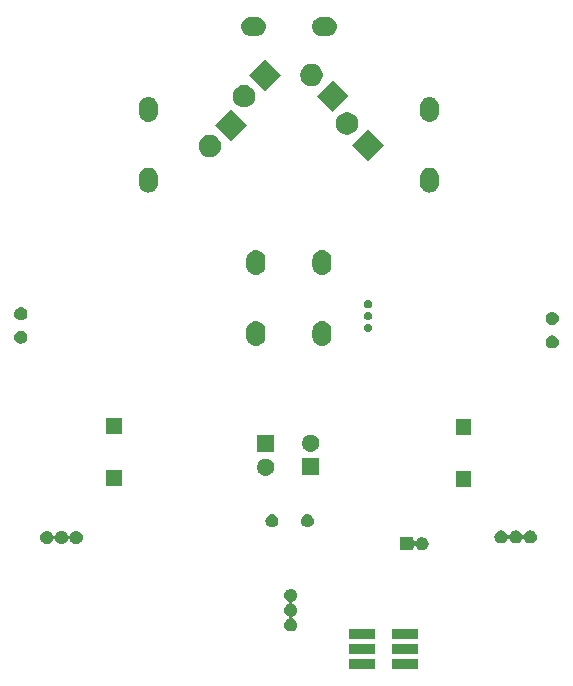
<source format=gbs>
G04 #@! TF.GenerationSoftware,KiCad,Pcbnew,(5.0.1-3-g963ef8bb5)*
G04 #@! TF.CreationDate,2019-05-10T02:41:28+09:00*
G04 #@! TF.ProjectId,mouse_v2,6D6F7573655F76322E6B696361645F70,rev?*
G04 #@! TF.SameCoordinates,Original*
G04 #@! TF.FileFunction,Soldermask,Bot*
G04 #@! TF.FilePolarity,Negative*
%FSLAX46Y46*%
G04 Gerber Fmt 4.6, Leading zero omitted, Abs format (unit mm)*
G04 Created by KiCad (PCBNEW (5.0.1-3-g963ef8bb5)) date 2019年05月10日 金曜日 02:41:28*
%MOMM*%
%LPD*%
G01*
G04 APERTURE LIST*
%ADD10C,0.100000*%
G04 APERTURE END LIST*
D10*
G36*
X162171000Y-141006000D02*
X159969000Y-141006000D01*
X159969000Y-140154000D01*
X162171000Y-140154000D01*
X162171000Y-141006000D01*
X162171000Y-141006000D01*
G37*
G36*
X158571000Y-141006000D02*
X156369000Y-141006000D01*
X156369000Y-140154000D01*
X158571000Y-140154000D01*
X158571000Y-141006000D01*
X158571000Y-141006000D01*
G37*
G36*
X162171000Y-139736000D02*
X159969000Y-139736000D01*
X159969000Y-138884000D01*
X162171000Y-138884000D01*
X162171000Y-139736000D01*
X162171000Y-139736000D01*
G37*
G36*
X158571000Y-139736000D02*
X156369000Y-139736000D01*
X156369000Y-138884000D01*
X158571000Y-138884000D01*
X158571000Y-139736000D01*
X158571000Y-139736000D01*
G37*
G36*
X162171000Y-138466000D02*
X159969000Y-138466000D01*
X159969000Y-137614000D01*
X162171000Y-137614000D01*
X162171000Y-138466000D01*
X162171000Y-138466000D01*
G37*
G36*
X158571000Y-138466000D02*
X156369000Y-138466000D01*
X156369000Y-137614000D01*
X158571000Y-137614000D01*
X158571000Y-138466000D01*
X158571000Y-138466000D01*
G37*
G36*
X151580721Y-134230174D02*
X151680995Y-134271709D01*
X151771245Y-134332012D01*
X151847988Y-134408755D01*
X151908291Y-134499005D01*
X151949826Y-134599279D01*
X151971000Y-134705730D01*
X151971000Y-134814270D01*
X151949826Y-134920721D01*
X151908291Y-135020995D01*
X151847988Y-135111245D01*
X151771245Y-135187988D01*
X151680995Y-135248291D01*
X151629756Y-135269515D01*
X151608145Y-135281066D01*
X151589203Y-135296612D01*
X151573657Y-135315554D01*
X151562106Y-135337165D01*
X151554993Y-135360614D01*
X151552591Y-135385000D01*
X151554993Y-135409386D01*
X151562106Y-135432835D01*
X151573657Y-135454446D01*
X151589203Y-135473388D01*
X151608145Y-135488934D01*
X151629756Y-135500485D01*
X151680995Y-135521709D01*
X151771245Y-135582012D01*
X151847988Y-135658755D01*
X151908291Y-135749005D01*
X151949826Y-135849279D01*
X151971000Y-135955730D01*
X151971000Y-136064270D01*
X151949826Y-136170721D01*
X151908291Y-136270995D01*
X151847988Y-136361245D01*
X151771245Y-136437988D01*
X151680995Y-136498291D01*
X151629756Y-136519515D01*
X151608145Y-136531066D01*
X151589203Y-136546612D01*
X151573657Y-136565554D01*
X151562106Y-136587165D01*
X151554993Y-136610614D01*
X151552591Y-136635000D01*
X151554993Y-136659386D01*
X151562106Y-136682835D01*
X151573657Y-136704446D01*
X151589203Y-136723388D01*
X151608145Y-136738934D01*
X151629756Y-136750485D01*
X151680995Y-136771709D01*
X151771245Y-136832012D01*
X151847988Y-136908755D01*
X151908291Y-136999005D01*
X151949826Y-137099279D01*
X151971000Y-137205730D01*
X151971000Y-137314270D01*
X151949826Y-137420721D01*
X151908291Y-137520995D01*
X151847988Y-137611245D01*
X151771245Y-137687988D01*
X151680995Y-137748291D01*
X151580721Y-137789826D01*
X151474270Y-137811000D01*
X151365730Y-137811000D01*
X151259279Y-137789826D01*
X151159005Y-137748291D01*
X151068755Y-137687988D01*
X150992012Y-137611245D01*
X150931709Y-137520995D01*
X150890174Y-137420721D01*
X150869000Y-137314270D01*
X150869000Y-137205730D01*
X150890174Y-137099279D01*
X150931709Y-136999005D01*
X150992012Y-136908755D01*
X151068755Y-136832012D01*
X151159005Y-136771709D01*
X151210244Y-136750485D01*
X151231855Y-136738934D01*
X151250797Y-136723388D01*
X151266343Y-136704446D01*
X151277894Y-136682835D01*
X151285007Y-136659386D01*
X151287409Y-136635000D01*
X151285007Y-136610614D01*
X151277894Y-136587165D01*
X151266343Y-136565554D01*
X151250797Y-136546612D01*
X151231855Y-136531066D01*
X151210244Y-136519515D01*
X151159005Y-136498291D01*
X151068755Y-136437988D01*
X150992012Y-136361245D01*
X150931709Y-136270995D01*
X150890174Y-136170721D01*
X150869000Y-136064270D01*
X150869000Y-135955730D01*
X150890174Y-135849279D01*
X150931709Y-135749005D01*
X150992012Y-135658755D01*
X151068755Y-135582012D01*
X151159005Y-135521709D01*
X151210244Y-135500485D01*
X151231855Y-135488934D01*
X151250797Y-135473388D01*
X151266343Y-135454446D01*
X151277894Y-135432835D01*
X151285007Y-135409386D01*
X151287409Y-135385000D01*
X151285007Y-135360614D01*
X151277894Y-135337165D01*
X151266343Y-135315554D01*
X151250797Y-135296612D01*
X151231855Y-135281066D01*
X151210244Y-135269515D01*
X151159005Y-135248291D01*
X151068755Y-135187988D01*
X150992012Y-135111245D01*
X150931709Y-135020995D01*
X150890174Y-134920721D01*
X150869000Y-134814270D01*
X150869000Y-134705730D01*
X150890174Y-134599279D01*
X150931709Y-134499005D01*
X150992012Y-134408755D01*
X151068755Y-134332012D01*
X151159005Y-134271709D01*
X151259279Y-134230174D01*
X151365730Y-134209000D01*
X151474270Y-134209000D01*
X151580721Y-134230174D01*
X151580721Y-134230174D01*
G37*
G36*
X161821000Y-130067262D02*
X161823402Y-130091648D01*
X161830515Y-130115097D01*
X161842066Y-130136708D01*
X161857612Y-130155650D01*
X161876554Y-130171196D01*
X161898165Y-130182747D01*
X161921614Y-130189860D01*
X161946000Y-130192262D01*
X161970386Y-130189860D01*
X161993835Y-130182747D01*
X162015446Y-130171196D01*
X162034388Y-130155650D01*
X162056236Y-130126192D01*
X162079644Y-130082400D01*
X162148499Y-129998499D01*
X162232400Y-129929644D01*
X162328121Y-129878479D01*
X162431985Y-129846973D01*
X162512933Y-129839000D01*
X162567067Y-129839000D01*
X162648015Y-129846973D01*
X162751879Y-129878479D01*
X162847600Y-129929644D01*
X162931501Y-129998499D01*
X163000356Y-130082400D01*
X163051521Y-130178121D01*
X163083027Y-130281985D01*
X163093666Y-130390000D01*
X163083027Y-130498015D01*
X163051521Y-130601879D01*
X163000356Y-130697600D01*
X162931501Y-130781501D01*
X162847600Y-130850356D01*
X162751879Y-130901521D01*
X162648015Y-130933027D01*
X162567067Y-130941000D01*
X162512933Y-130941000D01*
X162431985Y-130933027D01*
X162328121Y-130901521D01*
X162232400Y-130850356D01*
X162148499Y-130781501D01*
X162079644Y-130697600D01*
X162056234Y-130653805D01*
X162042626Y-130633439D01*
X162025299Y-130616111D01*
X162004924Y-130602498D01*
X161982285Y-130593120D01*
X161958252Y-130588340D01*
X161933748Y-130588340D01*
X161909714Y-130593121D01*
X161887075Y-130602498D01*
X161866701Y-130616112D01*
X161849373Y-130633439D01*
X161835760Y-130653814D01*
X161826382Y-130676453D01*
X161821000Y-130712738D01*
X161821000Y-130941000D01*
X160719000Y-130941000D01*
X160719000Y-129839000D01*
X161821000Y-129839000D01*
X161821000Y-130067262D01*
X161821000Y-130067262D01*
G37*
G36*
X130930721Y-129330174D02*
X131030995Y-129371709D01*
X131121245Y-129432012D01*
X131197988Y-129508755D01*
X131258291Y-129599005D01*
X131279515Y-129650244D01*
X131291066Y-129671855D01*
X131306612Y-129690797D01*
X131325554Y-129706343D01*
X131347165Y-129717894D01*
X131370614Y-129725007D01*
X131395000Y-129727409D01*
X131419386Y-129725007D01*
X131442835Y-129717894D01*
X131464446Y-129706343D01*
X131483388Y-129690797D01*
X131498934Y-129671855D01*
X131510485Y-129650244D01*
X131531709Y-129599005D01*
X131592012Y-129508755D01*
X131668755Y-129432012D01*
X131759005Y-129371709D01*
X131859279Y-129330174D01*
X131965730Y-129309000D01*
X132074270Y-129309000D01*
X132180721Y-129330174D01*
X132280995Y-129371709D01*
X132371245Y-129432012D01*
X132447988Y-129508755D01*
X132508291Y-129599005D01*
X132529515Y-129650244D01*
X132541066Y-129671855D01*
X132556612Y-129690797D01*
X132575554Y-129706343D01*
X132597165Y-129717894D01*
X132620614Y-129725007D01*
X132645000Y-129727409D01*
X132669386Y-129725007D01*
X132692835Y-129717894D01*
X132714446Y-129706343D01*
X132733388Y-129690797D01*
X132748934Y-129671855D01*
X132760485Y-129650244D01*
X132781709Y-129599005D01*
X132842012Y-129508755D01*
X132918755Y-129432012D01*
X133009005Y-129371709D01*
X133109279Y-129330174D01*
X133215730Y-129309000D01*
X133324270Y-129309000D01*
X133430721Y-129330174D01*
X133530995Y-129371709D01*
X133621245Y-129432012D01*
X133697988Y-129508755D01*
X133758291Y-129599005D01*
X133799826Y-129699279D01*
X133821000Y-129805730D01*
X133821000Y-129914270D01*
X133799826Y-130020721D01*
X133758291Y-130120995D01*
X133697988Y-130211245D01*
X133621245Y-130287988D01*
X133530995Y-130348291D01*
X133430721Y-130389826D01*
X133324270Y-130411000D01*
X133215730Y-130411000D01*
X133109279Y-130389826D01*
X133009005Y-130348291D01*
X132918755Y-130287988D01*
X132842012Y-130211245D01*
X132781709Y-130120995D01*
X132760485Y-130069756D01*
X132748934Y-130048145D01*
X132733388Y-130029203D01*
X132714446Y-130013657D01*
X132692835Y-130002106D01*
X132669386Y-129994993D01*
X132645000Y-129992591D01*
X132620614Y-129994993D01*
X132597165Y-130002106D01*
X132575554Y-130013657D01*
X132556612Y-130029203D01*
X132541066Y-130048145D01*
X132529515Y-130069756D01*
X132508291Y-130120995D01*
X132447988Y-130211245D01*
X132371245Y-130287988D01*
X132280995Y-130348291D01*
X132180721Y-130389826D01*
X132074270Y-130411000D01*
X131965730Y-130411000D01*
X131859279Y-130389826D01*
X131759005Y-130348291D01*
X131668755Y-130287988D01*
X131592012Y-130211245D01*
X131531709Y-130120995D01*
X131510485Y-130069756D01*
X131498934Y-130048145D01*
X131483388Y-130029203D01*
X131464446Y-130013657D01*
X131442835Y-130002106D01*
X131419386Y-129994993D01*
X131395000Y-129992591D01*
X131370614Y-129994993D01*
X131347165Y-130002106D01*
X131325554Y-130013657D01*
X131306612Y-130029203D01*
X131291066Y-130048145D01*
X131279515Y-130069756D01*
X131258291Y-130120995D01*
X131197988Y-130211245D01*
X131121245Y-130287988D01*
X131030995Y-130348291D01*
X130930721Y-130389826D01*
X130824270Y-130411000D01*
X130715730Y-130411000D01*
X130609279Y-130389826D01*
X130509005Y-130348291D01*
X130418755Y-130287988D01*
X130342012Y-130211245D01*
X130281709Y-130120995D01*
X130240174Y-130020721D01*
X130219000Y-129914270D01*
X130219000Y-129805730D01*
X130240174Y-129699279D01*
X130281709Y-129599005D01*
X130342012Y-129508755D01*
X130418755Y-129432012D01*
X130509005Y-129371709D01*
X130609279Y-129330174D01*
X130715730Y-129309000D01*
X130824270Y-129309000D01*
X130930721Y-129330174D01*
X130930721Y-129330174D01*
G37*
G36*
X169380721Y-129280174D02*
X169480995Y-129321709D01*
X169571245Y-129382012D01*
X169647988Y-129458755D01*
X169708291Y-129549005D01*
X169729515Y-129600244D01*
X169741066Y-129621855D01*
X169756612Y-129640797D01*
X169775554Y-129656343D01*
X169797165Y-129667894D01*
X169820614Y-129675007D01*
X169845000Y-129677409D01*
X169869386Y-129675007D01*
X169892835Y-129667894D01*
X169914446Y-129656343D01*
X169933388Y-129640797D01*
X169948934Y-129621855D01*
X169960485Y-129600244D01*
X169981709Y-129549005D01*
X170042012Y-129458755D01*
X170118755Y-129382012D01*
X170209005Y-129321709D01*
X170309279Y-129280174D01*
X170415730Y-129259000D01*
X170524270Y-129259000D01*
X170630721Y-129280174D01*
X170730995Y-129321709D01*
X170821245Y-129382012D01*
X170897988Y-129458755D01*
X170958291Y-129549005D01*
X170979515Y-129600244D01*
X170991066Y-129621855D01*
X171006612Y-129640797D01*
X171025554Y-129656343D01*
X171047165Y-129667894D01*
X171070614Y-129675007D01*
X171095000Y-129677409D01*
X171119386Y-129675007D01*
X171142835Y-129667894D01*
X171164446Y-129656343D01*
X171183388Y-129640797D01*
X171198934Y-129621855D01*
X171210485Y-129600244D01*
X171231709Y-129549005D01*
X171292012Y-129458755D01*
X171368755Y-129382012D01*
X171459005Y-129321709D01*
X171559279Y-129280174D01*
X171665730Y-129259000D01*
X171774270Y-129259000D01*
X171880721Y-129280174D01*
X171980995Y-129321709D01*
X172071245Y-129382012D01*
X172147988Y-129458755D01*
X172208291Y-129549005D01*
X172249826Y-129649279D01*
X172271000Y-129755730D01*
X172271000Y-129864270D01*
X172249826Y-129970721D01*
X172208291Y-130070995D01*
X172147988Y-130161245D01*
X172071245Y-130237988D01*
X171980995Y-130298291D01*
X171880721Y-130339826D01*
X171774270Y-130361000D01*
X171665730Y-130361000D01*
X171559279Y-130339826D01*
X171459005Y-130298291D01*
X171368755Y-130237988D01*
X171292012Y-130161245D01*
X171231709Y-130070995D01*
X171210485Y-130019756D01*
X171198934Y-129998145D01*
X171183388Y-129979203D01*
X171164446Y-129963657D01*
X171142835Y-129952106D01*
X171119386Y-129944993D01*
X171095000Y-129942591D01*
X171070614Y-129944993D01*
X171047165Y-129952106D01*
X171025554Y-129963657D01*
X171006612Y-129979203D01*
X170991066Y-129998145D01*
X170979515Y-130019756D01*
X170958291Y-130070995D01*
X170897988Y-130161245D01*
X170821245Y-130237988D01*
X170730995Y-130298291D01*
X170630721Y-130339826D01*
X170524270Y-130361000D01*
X170415730Y-130361000D01*
X170309279Y-130339826D01*
X170209005Y-130298291D01*
X170118755Y-130237988D01*
X170042012Y-130161245D01*
X169981709Y-130070995D01*
X169960485Y-130019756D01*
X169948934Y-129998145D01*
X169933388Y-129979203D01*
X169914446Y-129963657D01*
X169892835Y-129952106D01*
X169869386Y-129944993D01*
X169845000Y-129942591D01*
X169820614Y-129944993D01*
X169797165Y-129952106D01*
X169775554Y-129963657D01*
X169756612Y-129979203D01*
X169741066Y-129998145D01*
X169729515Y-130019756D01*
X169708291Y-130070995D01*
X169647988Y-130161245D01*
X169571245Y-130237988D01*
X169480995Y-130298291D01*
X169380721Y-130339826D01*
X169274270Y-130361000D01*
X169165730Y-130361000D01*
X169059279Y-130339826D01*
X168959005Y-130298291D01*
X168868755Y-130237988D01*
X168792012Y-130161245D01*
X168731709Y-130070995D01*
X168690174Y-129970721D01*
X168669000Y-129864270D01*
X168669000Y-129755730D01*
X168690174Y-129649279D01*
X168731709Y-129549005D01*
X168792012Y-129458755D01*
X168868755Y-129382012D01*
X168959005Y-129321709D01*
X169059279Y-129280174D01*
X169165730Y-129259000D01*
X169274270Y-129259000D01*
X169380721Y-129280174D01*
X169380721Y-129280174D01*
G37*
G36*
X150000721Y-127910174D02*
X150100995Y-127951709D01*
X150191245Y-128012012D01*
X150267988Y-128088755D01*
X150328291Y-128179005D01*
X150369826Y-128279279D01*
X150391000Y-128385730D01*
X150391000Y-128494270D01*
X150369826Y-128600721D01*
X150328291Y-128700995D01*
X150267988Y-128791245D01*
X150191245Y-128867988D01*
X150100995Y-128928291D01*
X150000721Y-128969826D01*
X149894270Y-128991000D01*
X149785730Y-128991000D01*
X149679279Y-128969826D01*
X149579005Y-128928291D01*
X149488755Y-128867988D01*
X149412012Y-128791245D01*
X149351709Y-128700995D01*
X149310174Y-128600721D01*
X149289000Y-128494270D01*
X149289000Y-128385730D01*
X149310174Y-128279279D01*
X149351709Y-128179005D01*
X149412012Y-128088755D01*
X149488755Y-128012012D01*
X149579005Y-127951709D01*
X149679279Y-127910174D01*
X149785730Y-127889000D01*
X149894270Y-127889000D01*
X150000721Y-127910174D01*
X150000721Y-127910174D01*
G37*
G36*
X153000721Y-127910174D02*
X153100995Y-127951709D01*
X153191245Y-128012012D01*
X153267988Y-128088755D01*
X153328291Y-128179005D01*
X153369826Y-128279279D01*
X153391000Y-128385730D01*
X153391000Y-128494270D01*
X153369826Y-128600721D01*
X153328291Y-128700995D01*
X153267988Y-128791245D01*
X153191245Y-128867988D01*
X153100995Y-128928291D01*
X153000721Y-128969826D01*
X152894270Y-128991000D01*
X152785730Y-128991000D01*
X152679279Y-128969826D01*
X152579005Y-128928291D01*
X152488755Y-128867988D01*
X152412012Y-128791245D01*
X152351709Y-128700995D01*
X152310174Y-128600721D01*
X152289000Y-128494270D01*
X152289000Y-128385730D01*
X152310174Y-128279279D01*
X152351709Y-128179005D01*
X152412012Y-128088755D01*
X152488755Y-128012012D01*
X152579005Y-127951709D01*
X152679279Y-127910174D01*
X152785730Y-127889000D01*
X152894270Y-127889000D01*
X153000721Y-127910174D01*
X153000721Y-127910174D01*
G37*
G36*
X166711000Y-125550999D02*
X165409000Y-125550999D01*
X165409000Y-124248999D01*
X166711000Y-124248999D01*
X166711000Y-125550999D01*
X166711000Y-125550999D01*
G37*
G36*
X137131000Y-125490999D02*
X135829000Y-125490999D01*
X135829000Y-124188999D01*
X137131000Y-124188999D01*
X137131000Y-125490999D01*
X137131000Y-125490999D01*
G37*
G36*
X149356991Y-123184101D02*
X149442321Y-123192505D01*
X149579172Y-123234019D01*
X149579174Y-123234020D01*
X149579177Y-123234021D01*
X149705296Y-123301432D01*
X149815843Y-123392157D01*
X149906568Y-123502704D01*
X149973979Y-123628823D01*
X149973980Y-123628826D01*
X149973981Y-123628828D01*
X150015495Y-123765679D01*
X150029512Y-123908000D01*
X150015495Y-124050321D01*
X149973981Y-124187172D01*
X149973979Y-124187177D01*
X149906568Y-124313296D01*
X149815843Y-124423843D01*
X149705296Y-124514568D01*
X149579177Y-124581979D01*
X149579174Y-124581980D01*
X149579172Y-124581981D01*
X149442321Y-124623495D01*
X149356991Y-124631899D01*
X149335660Y-124634000D01*
X149264340Y-124634000D01*
X149243009Y-124631899D01*
X149157679Y-124623495D01*
X149020828Y-124581981D01*
X149020826Y-124581980D01*
X149020823Y-124581979D01*
X148894704Y-124514568D01*
X148784157Y-124423843D01*
X148693432Y-124313296D01*
X148626021Y-124187177D01*
X148626019Y-124187172D01*
X148584505Y-124050321D01*
X148570488Y-123908000D01*
X148584505Y-123765679D01*
X148626019Y-123628828D01*
X148626020Y-123628826D01*
X148626021Y-123628823D01*
X148693432Y-123502704D01*
X148784157Y-123392157D01*
X148894704Y-123301432D01*
X149020823Y-123234021D01*
X149020826Y-123234020D01*
X149020828Y-123234019D01*
X149157679Y-123192505D01*
X149243009Y-123184101D01*
X149264340Y-123182000D01*
X149335660Y-123182000D01*
X149356991Y-123184101D01*
X149356991Y-123184101D01*
G37*
G36*
X153836000Y-124602000D02*
X152384000Y-124602000D01*
X152384000Y-123150000D01*
X153836000Y-123150000D01*
X153836000Y-124602000D01*
X153836000Y-124602000D01*
G37*
G36*
X150026000Y-122634000D02*
X148574000Y-122634000D01*
X148574000Y-121182000D01*
X150026000Y-121182000D01*
X150026000Y-122634000D01*
X150026000Y-122634000D01*
G37*
G36*
X153166991Y-121152101D02*
X153252321Y-121160505D01*
X153389172Y-121202019D01*
X153389174Y-121202020D01*
X153389177Y-121202021D01*
X153515296Y-121269432D01*
X153625843Y-121360157D01*
X153716568Y-121470704D01*
X153783979Y-121596823D01*
X153783980Y-121596826D01*
X153783981Y-121596828D01*
X153825495Y-121733679D01*
X153839512Y-121876000D01*
X153825495Y-122018321D01*
X153783981Y-122155172D01*
X153783979Y-122155177D01*
X153716568Y-122281296D01*
X153625843Y-122391843D01*
X153515296Y-122482568D01*
X153389177Y-122549979D01*
X153389174Y-122549980D01*
X153389172Y-122549981D01*
X153252321Y-122591495D01*
X153166991Y-122599899D01*
X153145660Y-122602000D01*
X153074340Y-122602000D01*
X153053009Y-122599899D01*
X152967679Y-122591495D01*
X152830828Y-122549981D01*
X152830826Y-122549980D01*
X152830823Y-122549979D01*
X152704704Y-122482568D01*
X152594157Y-122391843D01*
X152503432Y-122281296D01*
X152436021Y-122155177D01*
X152436019Y-122155172D01*
X152394505Y-122018321D01*
X152380488Y-121876000D01*
X152394505Y-121733679D01*
X152436019Y-121596828D01*
X152436020Y-121596826D01*
X152436021Y-121596823D01*
X152503432Y-121470704D01*
X152594157Y-121360157D01*
X152704704Y-121269432D01*
X152830823Y-121202021D01*
X152830826Y-121202020D01*
X152830828Y-121202019D01*
X152967679Y-121160505D01*
X153053009Y-121152101D01*
X153074340Y-121150000D01*
X153145660Y-121150000D01*
X153166991Y-121152101D01*
X153166991Y-121152101D01*
G37*
G36*
X166710999Y-121150999D02*
X165408999Y-121150999D01*
X165408999Y-119848999D01*
X166710999Y-119848999D01*
X166710999Y-121150999D01*
X166710999Y-121150999D01*
G37*
G36*
X137131001Y-121090999D02*
X135829001Y-121090999D01*
X135829001Y-119788999D01*
X137131001Y-119788999D01*
X137131001Y-121090999D01*
X137131001Y-121090999D01*
G37*
G36*
X173730721Y-112780174D02*
X173830995Y-112821709D01*
X173921245Y-112882012D01*
X173997988Y-112958755D01*
X174058291Y-113049005D01*
X174099826Y-113149279D01*
X174121000Y-113255730D01*
X174121000Y-113364270D01*
X174099826Y-113470721D01*
X174058291Y-113570995D01*
X173997988Y-113661245D01*
X173921245Y-113737988D01*
X173830995Y-113798291D01*
X173730721Y-113839826D01*
X173624270Y-113861000D01*
X173515730Y-113861000D01*
X173409279Y-113839826D01*
X173309005Y-113798291D01*
X173218755Y-113737988D01*
X173142012Y-113661245D01*
X173081709Y-113570995D01*
X173040174Y-113470721D01*
X173019000Y-113364270D01*
X173019000Y-113255730D01*
X173040174Y-113149279D01*
X173081709Y-113049005D01*
X173142012Y-112958755D01*
X173218755Y-112882012D01*
X173309005Y-112821709D01*
X173409279Y-112780174D01*
X173515730Y-112759000D01*
X173624270Y-112759000D01*
X173730721Y-112780174D01*
X173730721Y-112780174D01*
G37*
G36*
X154227024Y-111550590D02*
X154378011Y-111596392D01*
X154517161Y-111670768D01*
X154578149Y-111720819D01*
X154639133Y-111770867D01*
X154639134Y-111770869D01*
X154639136Y-111770870D01*
X154739230Y-111892835D01*
X154813608Y-112031988D01*
X154859410Y-112182975D01*
X154871000Y-112300654D01*
X154871000Y-112879346D01*
X154859410Y-112997025D01*
X154813608Y-113148012D01*
X154739230Y-113287165D01*
X154639133Y-113409133D01*
X154517165Y-113509230D01*
X154378012Y-113583608D01*
X154227025Y-113629410D01*
X154070000Y-113644875D01*
X153912976Y-113629410D01*
X153761989Y-113583608D01*
X153622836Y-113509230D01*
X153500868Y-113409133D01*
X153464049Y-113364269D01*
X153400771Y-113287165D01*
X153326392Y-113148012D01*
X153302946Y-113070721D01*
X153280590Y-112997025D01*
X153269000Y-112879346D01*
X153269000Y-112300655D01*
X153280590Y-112182976D01*
X153326392Y-112031989D01*
X153400768Y-111892839D01*
X153500865Y-111770870D01*
X153500867Y-111770867D01*
X153500869Y-111770866D01*
X153500870Y-111770864D01*
X153622835Y-111670770D01*
X153761988Y-111596392D01*
X153912975Y-111550590D01*
X154070000Y-111535125D01*
X154227024Y-111550590D01*
X154227024Y-111550590D01*
G37*
G36*
X148627025Y-111550590D02*
X148778012Y-111596392D01*
X148917165Y-111670770D01*
X149039133Y-111770867D01*
X149139230Y-111892835D01*
X149213608Y-112031988D01*
X149259410Y-112182975D01*
X149271000Y-112300654D01*
X149271000Y-112879346D01*
X149259410Y-112997025D01*
X149213608Y-113148012D01*
X149139230Y-113287165D01*
X149039136Y-113409130D01*
X149039134Y-113409131D01*
X149039133Y-113409133D01*
X149039129Y-113409136D01*
X148917161Y-113509232D01*
X148778011Y-113583608D01*
X148627024Y-113629410D01*
X148470000Y-113644875D01*
X148312975Y-113629410D01*
X148161988Y-113583608D01*
X148022835Y-113509230D01*
X147900870Y-113409136D01*
X147900869Y-113409134D01*
X147900867Y-113409133D01*
X147842481Y-113337988D01*
X147800768Y-113287161D01*
X147726392Y-113148011D01*
X147680590Y-112997024D01*
X147669000Y-112879345D01*
X147669000Y-112300654D01*
X147680590Y-112182975D01*
X147713214Y-112075430D01*
X147726392Y-112031988D01*
X147800771Y-111892835D01*
X147900868Y-111770867D01*
X147940931Y-111737988D01*
X148022836Y-111670770D01*
X148161989Y-111596392D01*
X148312976Y-111550590D01*
X148470000Y-111535125D01*
X148627025Y-111550590D01*
X148627025Y-111550590D01*
G37*
G36*
X128730721Y-112380174D02*
X128830995Y-112421709D01*
X128921245Y-112482012D01*
X128997988Y-112558755D01*
X129058291Y-112649005D01*
X129099826Y-112749279D01*
X129121000Y-112855730D01*
X129121000Y-112964270D01*
X129099826Y-113070721D01*
X129058291Y-113170995D01*
X128997988Y-113261245D01*
X128921245Y-113337988D01*
X128830995Y-113398291D01*
X128730721Y-113439826D01*
X128624270Y-113461000D01*
X128515730Y-113461000D01*
X128409279Y-113439826D01*
X128309005Y-113398291D01*
X128218755Y-113337988D01*
X128142012Y-113261245D01*
X128081709Y-113170995D01*
X128040174Y-113070721D01*
X128019000Y-112964270D01*
X128019000Y-112855730D01*
X128040174Y-112749279D01*
X128081709Y-112649005D01*
X128142012Y-112558755D01*
X128218755Y-112482012D01*
X128309005Y-112421709D01*
X128409279Y-112380174D01*
X128515730Y-112359000D01*
X128624270Y-112359000D01*
X128730721Y-112380174D01*
X128730721Y-112380174D01*
G37*
G36*
X158072383Y-111772489D02*
X158136261Y-111798948D01*
X158193750Y-111837361D01*
X158242639Y-111886250D01*
X158281052Y-111943739D01*
X158307511Y-112007617D01*
X158321000Y-112075430D01*
X158321000Y-112144570D01*
X158307511Y-112212383D01*
X158281052Y-112276261D01*
X158242639Y-112333750D01*
X158193750Y-112382639D01*
X158136261Y-112421052D01*
X158072383Y-112447511D01*
X158004570Y-112461000D01*
X157935430Y-112461000D01*
X157867617Y-112447511D01*
X157803739Y-112421052D01*
X157746250Y-112382639D01*
X157697361Y-112333750D01*
X157658948Y-112276261D01*
X157632489Y-112212383D01*
X157619000Y-112144570D01*
X157619000Y-112075430D01*
X157632489Y-112007617D01*
X157658948Y-111943739D01*
X157697361Y-111886250D01*
X157746250Y-111837361D01*
X157803739Y-111798948D01*
X157867617Y-111772489D01*
X157935430Y-111759000D01*
X158004570Y-111759000D01*
X158072383Y-111772489D01*
X158072383Y-111772489D01*
G37*
G36*
X173730721Y-110780174D02*
X173830995Y-110821709D01*
X173921245Y-110882012D01*
X173997988Y-110958755D01*
X174058291Y-111049005D01*
X174099826Y-111149279D01*
X174121000Y-111255730D01*
X174121000Y-111364270D01*
X174099826Y-111470721D01*
X174058291Y-111570995D01*
X173997988Y-111661245D01*
X173921245Y-111737988D01*
X173830995Y-111798291D01*
X173730721Y-111839826D01*
X173624270Y-111861000D01*
X173515730Y-111861000D01*
X173409279Y-111839826D01*
X173309005Y-111798291D01*
X173218755Y-111737988D01*
X173142012Y-111661245D01*
X173081709Y-111570995D01*
X173040174Y-111470721D01*
X173019000Y-111364270D01*
X173019000Y-111255730D01*
X173040174Y-111149279D01*
X173081709Y-111049005D01*
X173142012Y-110958755D01*
X173218755Y-110882012D01*
X173309005Y-110821709D01*
X173409279Y-110780174D01*
X173515730Y-110759000D01*
X173624270Y-110759000D01*
X173730721Y-110780174D01*
X173730721Y-110780174D01*
G37*
G36*
X128730721Y-110380174D02*
X128830995Y-110421709D01*
X128921245Y-110482012D01*
X128997988Y-110558755D01*
X129058291Y-110649005D01*
X129099826Y-110749279D01*
X129121000Y-110855730D01*
X129121000Y-110964270D01*
X129099826Y-111070721D01*
X129058291Y-111170995D01*
X128997988Y-111261245D01*
X128921245Y-111337988D01*
X128830995Y-111398291D01*
X128730721Y-111439826D01*
X128624270Y-111461000D01*
X128515730Y-111461000D01*
X128409279Y-111439826D01*
X128309005Y-111398291D01*
X128218755Y-111337988D01*
X128142012Y-111261245D01*
X128081709Y-111170995D01*
X128040174Y-111070721D01*
X128019000Y-110964270D01*
X128019000Y-110855730D01*
X128040174Y-110749279D01*
X128081709Y-110649005D01*
X128142012Y-110558755D01*
X128218755Y-110482012D01*
X128309005Y-110421709D01*
X128409279Y-110380174D01*
X128515730Y-110359000D01*
X128624270Y-110359000D01*
X128730721Y-110380174D01*
X128730721Y-110380174D01*
G37*
G36*
X158072383Y-110772489D02*
X158136261Y-110798948D01*
X158193750Y-110837361D01*
X158242639Y-110886250D01*
X158281052Y-110943739D01*
X158307511Y-111007617D01*
X158321000Y-111075430D01*
X158321000Y-111144570D01*
X158307511Y-111212383D01*
X158281052Y-111276261D01*
X158242639Y-111333750D01*
X158193750Y-111382639D01*
X158170325Y-111398291D01*
X158136261Y-111421052D01*
X158072383Y-111447511D01*
X158004570Y-111461000D01*
X157935430Y-111461000D01*
X157867617Y-111447511D01*
X157803739Y-111421052D01*
X157769675Y-111398291D01*
X157746250Y-111382639D01*
X157697361Y-111333750D01*
X157658948Y-111276261D01*
X157632489Y-111212383D01*
X157619000Y-111144570D01*
X157619000Y-111075430D01*
X157632489Y-111007617D01*
X157658948Y-110943739D01*
X157697361Y-110886250D01*
X157746250Y-110837361D01*
X157803739Y-110798948D01*
X157867617Y-110772489D01*
X157935430Y-110759000D01*
X158004570Y-110759000D01*
X158072383Y-110772489D01*
X158072383Y-110772489D01*
G37*
G36*
X158072383Y-109772489D02*
X158136261Y-109798948D01*
X158193750Y-109837361D01*
X158242639Y-109886250D01*
X158281052Y-109943739D01*
X158307511Y-110007617D01*
X158321000Y-110075430D01*
X158321000Y-110144570D01*
X158307511Y-110212383D01*
X158281052Y-110276261D01*
X158242639Y-110333750D01*
X158193750Y-110382639D01*
X158136261Y-110421052D01*
X158072383Y-110447511D01*
X158004570Y-110461000D01*
X157935430Y-110461000D01*
X157867617Y-110447511D01*
X157803739Y-110421052D01*
X157746250Y-110382639D01*
X157697361Y-110333750D01*
X157658948Y-110276261D01*
X157632489Y-110212383D01*
X157619000Y-110144570D01*
X157619000Y-110075430D01*
X157632489Y-110007617D01*
X157658948Y-109943739D01*
X157697361Y-109886250D01*
X157746250Y-109837361D01*
X157803739Y-109798948D01*
X157867617Y-109772489D01*
X157935430Y-109759000D01*
X158004570Y-109759000D01*
X158072383Y-109772489D01*
X158072383Y-109772489D01*
G37*
G36*
X154227024Y-105550590D02*
X154378011Y-105596392D01*
X154517161Y-105670768D01*
X154578149Y-105720819D01*
X154639133Y-105770867D01*
X154639134Y-105770869D01*
X154639136Y-105770870D01*
X154739230Y-105892835D01*
X154813608Y-106031988D01*
X154859410Y-106182975D01*
X154871000Y-106300654D01*
X154871000Y-106879346D01*
X154859410Y-106997025D01*
X154813608Y-107148012D01*
X154739230Y-107287165D01*
X154639133Y-107409133D01*
X154517165Y-107509230D01*
X154378012Y-107583608D01*
X154227025Y-107629410D01*
X154070000Y-107644875D01*
X153912976Y-107629410D01*
X153761989Y-107583608D01*
X153622836Y-107509230D01*
X153500868Y-107409133D01*
X153500866Y-107409130D01*
X153400771Y-107287165D01*
X153326392Y-107148012D01*
X153303491Y-107072517D01*
X153280590Y-106997025D01*
X153269000Y-106879346D01*
X153269000Y-106300655D01*
X153280590Y-106182976D01*
X153326392Y-106031989D01*
X153400768Y-105892839D01*
X153500865Y-105770870D01*
X153500867Y-105770867D01*
X153500869Y-105770866D01*
X153500870Y-105770864D01*
X153622835Y-105670770D01*
X153761988Y-105596392D01*
X153912975Y-105550590D01*
X154070000Y-105535125D01*
X154227024Y-105550590D01*
X154227024Y-105550590D01*
G37*
G36*
X148627025Y-105550590D02*
X148778012Y-105596392D01*
X148917165Y-105670770D01*
X149039133Y-105770867D01*
X149139230Y-105892835D01*
X149213608Y-106031988D01*
X149259410Y-106182975D01*
X149271000Y-106300654D01*
X149271000Y-106879346D01*
X149259410Y-106997025D01*
X149213608Y-107148012D01*
X149139230Y-107287165D01*
X149039136Y-107409130D01*
X149039134Y-107409131D01*
X149039133Y-107409133D01*
X149039129Y-107409136D01*
X148917161Y-107509232D01*
X148778011Y-107583608D01*
X148627024Y-107629410D01*
X148470000Y-107644875D01*
X148312975Y-107629410D01*
X148161988Y-107583608D01*
X148022835Y-107509230D01*
X147900870Y-107409136D01*
X147900869Y-107409134D01*
X147900867Y-107409133D01*
X147850819Y-107348149D01*
X147800768Y-107287161D01*
X147726392Y-107148011D01*
X147680590Y-106997024D01*
X147669000Y-106879345D01*
X147669000Y-106300654D01*
X147680590Y-106182975D01*
X147703491Y-106107482D01*
X147726392Y-106031988D01*
X147800771Y-105892835D01*
X147900868Y-105770867D01*
X147900872Y-105770864D01*
X148022836Y-105670770D01*
X148161989Y-105596392D01*
X148312976Y-105550590D01*
X148470000Y-105535125D01*
X148627025Y-105550590D01*
X148627025Y-105550590D01*
G37*
G36*
X163327024Y-98570590D02*
X163478011Y-98616392D01*
X163617161Y-98690768D01*
X163678149Y-98740819D01*
X163739133Y-98790867D01*
X163739134Y-98790869D01*
X163739136Y-98790870D01*
X163839230Y-98912835D01*
X163913608Y-99051988D01*
X163959410Y-99202975D01*
X163971000Y-99320654D01*
X163971000Y-99899346D01*
X163959410Y-100017025D01*
X163913608Y-100168012D01*
X163839230Y-100307165D01*
X163739133Y-100429133D01*
X163617165Y-100529230D01*
X163478012Y-100603608D01*
X163327025Y-100649410D01*
X163170000Y-100664875D01*
X163012976Y-100649410D01*
X162861989Y-100603608D01*
X162722836Y-100529230D01*
X162600868Y-100429133D01*
X162600866Y-100429130D01*
X162500771Y-100307165D01*
X162426392Y-100168012D01*
X162403491Y-100092518D01*
X162380590Y-100017025D01*
X162369000Y-99899346D01*
X162369000Y-99320655D01*
X162380590Y-99202976D01*
X162426392Y-99051989D01*
X162500768Y-98912839D01*
X162600865Y-98790870D01*
X162600867Y-98790867D01*
X162600869Y-98790866D01*
X162600870Y-98790864D01*
X162722835Y-98690770D01*
X162861988Y-98616392D01*
X163012975Y-98570590D01*
X163170000Y-98555125D01*
X163327024Y-98570590D01*
X163327024Y-98570590D01*
G37*
G36*
X139527025Y-98570590D02*
X139678012Y-98616392D01*
X139817165Y-98690770D01*
X139939133Y-98790867D01*
X140039230Y-98912835D01*
X140113608Y-99051988D01*
X140159410Y-99202975D01*
X140171000Y-99320654D01*
X140171000Y-99899346D01*
X140159410Y-100017025D01*
X140113608Y-100168012D01*
X140039230Y-100307165D01*
X139939136Y-100429130D01*
X139939134Y-100429131D01*
X139939133Y-100429133D01*
X139939129Y-100429136D01*
X139817161Y-100529232D01*
X139678011Y-100603608D01*
X139527024Y-100649410D01*
X139370000Y-100664875D01*
X139212975Y-100649410D01*
X139061988Y-100603608D01*
X138922835Y-100529230D01*
X138800870Y-100429136D01*
X138800869Y-100429134D01*
X138800867Y-100429133D01*
X138750819Y-100368149D01*
X138700768Y-100307161D01*
X138626392Y-100168011D01*
X138580590Y-100017024D01*
X138569000Y-99899345D01*
X138569000Y-99320654D01*
X138580590Y-99202975D01*
X138603491Y-99127482D01*
X138626392Y-99051988D01*
X138700771Y-98912835D01*
X138800868Y-98790867D01*
X138800872Y-98790864D01*
X138922836Y-98690770D01*
X139061989Y-98616392D01*
X139212976Y-98570590D01*
X139370000Y-98555125D01*
X139527025Y-98570590D01*
X139527025Y-98570590D01*
G37*
G36*
X159314918Y-96610000D02*
X157970000Y-97954918D01*
X156625082Y-96610000D01*
X157970000Y-95265082D01*
X159314918Y-96610000D01*
X159314918Y-96610000D01*
G37*
G36*
X144851345Y-95791597D02*
X145024415Y-95863285D01*
X145180179Y-95967363D01*
X145312637Y-96099821D01*
X145416715Y-96255585D01*
X145488403Y-96428655D01*
X145524949Y-96612384D01*
X145524949Y-96799718D01*
X145488403Y-96983447D01*
X145416715Y-97156517D01*
X145312637Y-97312281D01*
X145180179Y-97444739D01*
X145024415Y-97548817D01*
X144851345Y-97620505D01*
X144667616Y-97657051D01*
X144480282Y-97657051D01*
X144296553Y-97620505D01*
X144123483Y-97548817D01*
X143967719Y-97444739D01*
X143835261Y-97312281D01*
X143731183Y-97156517D01*
X143659495Y-96983447D01*
X143622949Y-96799718D01*
X143622949Y-96612384D01*
X143659495Y-96428655D01*
X143731183Y-96255585D01*
X143835261Y-96099821D01*
X143967719Y-95967363D01*
X144123483Y-95863285D01*
X144296553Y-95791597D01*
X144480282Y-95755051D01*
X144667616Y-95755051D01*
X144851345Y-95791597D01*
X144851345Y-95791597D01*
G37*
G36*
X147714918Y-94910000D02*
X146370000Y-96254918D01*
X145025082Y-94910000D01*
X146370000Y-93565082D01*
X147714918Y-94910000D01*
X147714918Y-94910000D01*
G37*
G36*
X156451345Y-93899495D02*
X156624415Y-93971183D01*
X156780179Y-94075261D01*
X156912637Y-94207719D01*
X157016715Y-94363483D01*
X157088403Y-94536553D01*
X157124949Y-94720282D01*
X157124949Y-94907616D01*
X157088403Y-95091345D01*
X157016715Y-95264415D01*
X156912637Y-95420179D01*
X156780179Y-95552637D01*
X156624415Y-95656715D01*
X156451345Y-95728403D01*
X156267616Y-95764949D01*
X156080282Y-95764949D01*
X155896553Y-95728403D01*
X155723483Y-95656715D01*
X155567719Y-95552637D01*
X155435261Y-95420179D01*
X155331183Y-95264415D01*
X155259495Y-95091345D01*
X155222949Y-94907616D01*
X155222949Y-94720282D01*
X155259495Y-94536553D01*
X155331183Y-94363483D01*
X155435261Y-94207719D01*
X155567719Y-94075261D01*
X155723483Y-93971183D01*
X155896553Y-93899495D01*
X156080282Y-93862949D01*
X156267616Y-93862949D01*
X156451345Y-93899495D01*
X156451345Y-93899495D01*
G37*
G36*
X163327024Y-92570590D02*
X163478011Y-92616392D01*
X163617161Y-92690768D01*
X163678149Y-92740819D01*
X163739133Y-92790867D01*
X163739134Y-92790869D01*
X163739136Y-92790870D01*
X163839230Y-92912835D01*
X163913608Y-93051988D01*
X163959410Y-93202975D01*
X163971000Y-93320654D01*
X163971000Y-93899346D01*
X163959410Y-94017025D01*
X163913608Y-94168012D01*
X163839230Y-94307165D01*
X163739133Y-94429133D01*
X163617165Y-94529230D01*
X163478012Y-94603608D01*
X163327025Y-94649410D01*
X163170000Y-94664875D01*
X163012976Y-94649410D01*
X162861989Y-94603608D01*
X162722836Y-94529230D01*
X162600868Y-94429133D01*
X162600866Y-94429130D01*
X162500771Y-94307165D01*
X162426392Y-94168012D01*
X162398256Y-94075259D01*
X162380590Y-94017025D01*
X162369000Y-93899346D01*
X162369000Y-93320655D01*
X162380590Y-93202976D01*
X162426392Y-93051989D01*
X162500768Y-92912839D01*
X162600865Y-92790870D01*
X162600867Y-92790867D01*
X162600869Y-92790866D01*
X162600870Y-92790864D01*
X162722835Y-92690770D01*
X162861988Y-92616392D01*
X163012975Y-92570590D01*
X163170000Y-92555125D01*
X163327024Y-92570590D01*
X163327024Y-92570590D01*
G37*
G36*
X139527025Y-92570590D02*
X139678012Y-92616392D01*
X139817165Y-92690770D01*
X139939133Y-92790867D01*
X140039230Y-92912835D01*
X140113608Y-93051988D01*
X140159410Y-93202975D01*
X140171000Y-93320654D01*
X140171000Y-93899346D01*
X140159410Y-94017025D01*
X140113608Y-94168012D01*
X140039230Y-94307165D01*
X139939136Y-94429130D01*
X139939134Y-94429131D01*
X139939133Y-94429133D01*
X139939129Y-94429136D01*
X139817161Y-94529232D01*
X139678011Y-94603608D01*
X139527024Y-94649410D01*
X139370000Y-94664875D01*
X139212975Y-94649410D01*
X139061988Y-94603608D01*
X138922835Y-94529230D01*
X138800870Y-94429136D01*
X138800869Y-94429134D01*
X138800867Y-94429133D01*
X138746989Y-94363482D01*
X138700768Y-94307161D01*
X138626392Y-94168011D01*
X138580590Y-94017024D01*
X138569000Y-93899345D01*
X138569000Y-93320654D01*
X138580590Y-93202975D01*
X138608103Y-93112278D01*
X138626392Y-93051988D01*
X138700771Y-92912835D01*
X138800868Y-92790867D01*
X138809909Y-92783447D01*
X138922836Y-92690770D01*
X139061989Y-92616392D01*
X139212976Y-92570590D01*
X139370000Y-92555125D01*
X139527025Y-92570590D01*
X139527025Y-92570590D01*
G37*
G36*
X156314918Y-92510000D02*
X154970000Y-93854918D01*
X153625082Y-92510000D01*
X154970000Y-91165082D01*
X156314918Y-92510000D01*
X156314918Y-92510000D01*
G37*
G36*
X147751345Y-91591597D02*
X147924415Y-91663285D01*
X148080179Y-91767363D01*
X148212637Y-91899821D01*
X148316715Y-92055585D01*
X148388403Y-92228655D01*
X148424949Y-92412384D01*
X148424949Y-92599718D01*
X148388403Y-92783447D01*
X148316715Y-92956517D01*
X148212637Y-93112281D01*
X148080179Y-93244739D01*
X147924415Y-93348817D01*
X147751345Y-93420505D01*
X147567616Y-93457051D01*
X147380282Y-93457051D01*
X147196553Y-93420505D01*
X147023483Y-93348817D01*
X146867719Y-93244739D01*
X146735261Y-93112281D01*
X146631183Y-92956517D01*
X146559495Y-92783447D01*
X146522949Y-92599718D01*
X146522949Y-92412384D01*
X146559495Y-92228655D01*
X146631183Y-92055585D01*
X146735261Y-91899821D01*
X146867719Y-91767363D01*
X147023483Y-91663285D01*
X147196553Y-91591597D01*
X147380282Y-91555051D01*
X147567616Y-91555051D01*
X147751345Y-91591597D01*
X147751345Y-91591597D01*
G37*
G36*
X150614918Y-90710000D02*
X149270000Y-92054918D01*
X147925082Y-90710000D01*
X149270000Y-89365082D01*
X150614918Y-90710000D01*
X150614918Y-90710000D01*
G37*
G36*
X153451345Y-89799495D02*
X153624415Y-89871183D01*
X153780179Y-89975261D01*
X153912637Y-90107719D01*
X154016715Y-90263483D01*
X154088403Y-90436553D01*
X154124949Y-90620282D01*
X154124949Y-90807616D01*
X154088403Y-90991345D01*
X154016715Y-91164415D01*
X153912637Y-91320179D01*
X153780179Y-91452637D01*
X153624415Y-91556715D01*
X153451345Y-91628403D01*
X153267616Y-91664949D01*
X153080282Y-91664949D01*
X152896553Y-91628403D01*
X152723483Y-91556715D01*
X152567719Y-91452637D01*
X152435261Y-91320179D01*
X152331183Y-91164415D01*
X152259495Y-90991345D01*
X152222949Y-90807616D01*
X152222949Y-90620282D01*
X152259495Y-90436553D01*
X152331183Y-90263483D01*
X152435261Y-90107719D01*
X152567719Y-89975261D01*
X152723483Y-89871183D01*
X152896553Y-89799495D01*
X153080282Y-89762949D01*
X153267616Y-89762949D01*
X153451345Y-89799495D01*
X153451345Y-89799495D01*
G37*
G36*
X154677025Y-85820590D02*
X154828012Y-85866392D01*
X154967165Y-85940770D01*
X155089133Y-86040867D01*
X155189230Y-86162835D01*
X155263608Y-86301988D01*
X155309410Y-86452975D01*
X155324875Y-86610000D01*
X155309410Y-86767025D01*
X155263608Y-86918012D01*
X155189230Y-87057165D01*
X155089133Y-87179133D01*
X154967165Y-87279230D01*
X154828012Y-87353608D01*
X154677025Y-87399410D01*
X154559346Y-87411000D01*
X153980654Y-87411000D01*
X153862975Y-87399410D01*
X153711988Y-87353608D01*
X153572835Y-87279230D01*
X153450867Y-87179133D01*
X153350770Y-87057165D01*
X153276392Y-86918012D01*
X153230590Y-86767025D01*
X153215125Y-86610000D01*
X153230590Y-86452975D01*
X153276392Y-86301988D01*
X153350770Y-86162835D01*
X153450867Y-86040867D01*
X153572835Y-85940770D01*
X153711988Y-85866392D01*
X153862975Y-85820590D01*
X153980654Y-85809000D01*
X154559346Y-85809000D01*
X154677025Y-85820590D01*
X154677025Y-85820590D01*
G37*
G36*
X148677025Y-85820590D02*
X148828012Y-85866392D01*
X148967165Y-85940770D01*
X149089133Y-86040867D01*
X149189230Y-86162835D01*
X149263608Y-86301988D01*
X149309410Y-86452975D01*
X149324875Y-86610000D01*
X149309410Y-86767025D01*
X149263608Y-86918012D01*
X149189230Y-87057165D01*
X149089133Y-87179133D01*
X148967165Y-87279230D01*
X148828012Y-87353608D01*
X148677025Y-87399410D01*
X148559346Y-87411000D01*
X147980654Y-87411000D01*
X147862975Y-87399410D01*
X147711988Y-87353608D01*
X147572835Y-87279230D01*
X147450867Y-87179133D01*
X147350770Y-87057165D01*
X147276392Y-86918012D01*
X147230590Y-86767025D01*
X147215125Y-86610000D01*
X147230590Y-86452975D01*
X147276392Y-86301988D01*
X147350770Y-86162835D01*
X147450867Y-86040867D01*
X147572835Y-85940770D01*
X147711988Y-85866392D01*
X147862975Y-85820590D01*
X147980654Y-85809000D01*
X148559346Y-85809000D01*
X148677025Y-85820590D01*
X148677025Y-85820590D01*
G37*
M02*

</source>
